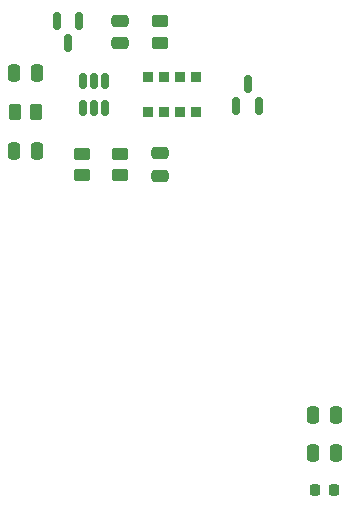
<source format=gbr>
%TF.GenerationSoftware,KiCad,Pcbnew,(6.0.5-0)*%
%TF.CreationDate,2022-07-05T23:07:10-07:00*%
%TF.ProjectId,gigablox-nano-rvp,67696761-626c-46f7-982d-6e616e6f2d72,rev?*%
%TF.SameCoordinates,PX5a1f4a0PY3e77360*%
%TF.FileFunction,Paste,Top*%
%TF.FilePolarity,Positive*%
%FSLAX46Y46*%
G04 Gerber Fmt 4.6, Leading zero omitted, Abs format (unit mm)*
G04 Created by KiCad (PCBNEW (6.0.5-0)) date 2022-07-05 23:07:10*
%MOMM*%
%LPD*%
G01*
G04 APERTURE LIST*
G04 Aperture macros list*
%AMRoundRect*
0 Rectangle with rounded corners*
0 $1 Rounding radius*
0 $2 $3 $4 $5 $6 $7 $8 $9 X,Y pos of 4 corners*
0 Add a 4 corners polygon primitive as box body*
4,1,4,$2,$3,$4,$5,$6,$7,$8,$9,$2,$3,0*
0 Add four circle primitives for the rounded corners*
1,1,$1+$1,$2,$3*
1,1,$1+$1,$4,$5*
1,1,$1+$1,$6,$7*
1,1,$1+$1,$8,$9*
0 Add four rect primitives between the rounded corners*
20,1,$1+$1,$2,$3,$4,$5,0*
20,1,$1+$1,$4,$5,$6,$7,0*
20,1,$1+$1,$6,$7,$8,$9,0*
20,1,$1+$1,$8,$9,$2,$3,0*%
G04 Aperture macros list end*
%ADD10RoundRect,0.150000X-0.150000X0.587500X-0.150000X-0.587500X0.150000X-0.587500X0.150000X0.587500X0*%
%ADD11R,0.900000X0.900000*%
%ADD12RoundRect,0.250000X-0.450000X0.262500X-0.450000X-0.262500X0.450000X-0.262500X0.450000X0.262500X0*%
%ADD13RoundRect,0.250000X0.450000X-0.262500X0.450000X0.262500X-0.450000X0.262500X-0.450000X-0.262500X0*%
%ADD14RoundRect,0.250000X0.262500X0.450000X-0.262500X0.450000X-0.262500X-0.450000X0.262500X-0.450000X0*%
%ADD15RoundRect,0.150000X0.150000X-0.587500X0.150000X0.587500X-0.150000X0.587500X-0.150000X-0.587500X0*%
%ADD16RoundRect,0.150000X0.150000X-0.512500X0.150000X0.512500X-0.150000X0.512500X-0.150000X-0.512500X0*%
%ADD17RoundRect,0.218750X-0.218750X-0.256250X0.218750X-0.256250X0.218750X0.256250X-0.218750X0.256250X0*%
%ADD18RoundRect,0.250000X0.250000X0.475000X-0.250000X0.475000X-0.250000X-0.475000X0.250000X-0.475000X0*%
%ADD19RoundRect,0.250000X0.475000X-0.250000X0.475000X0.250000X-0.475000X0.250000X-0.475000X-0.250000X0*%
%ADD20RoundRect,0.250000X-0.475000X0.250000X-0.475000X-0.250000X0.475000X-0.250000X0.475000X0.250000X0*%
G04 APERTURE END LIST*
D10*
%TO.C,U1*%
X10450000Y41737500D03*
X8550000Y41737500D03*
X9500000Y39862500D03*
%TD*%
D11*
%TO.C,RN1*%
X16300000Y37000000D03*
X17640000Y37000000D03*
X18960000Y37000000D03*
X20300000Y37000000D03*
X20300000Y34000000D03*
X18960000Y34000000D03*
X17640000Y34000000D03*
X16300000Y34000000D03*
%TD*%
D12*
%TO.C,R4*%
X10700000Y30512500D03*
X10700000Y28687500D03*
%TD*%
D13*
%TO.C,R3*%
X13900000Y28687500D03*
X13900000Y30512500D03*
%TD*%
D14*
%TO.C,R2*%
X4987500Y34000000D03*
X6812500Y34000000D03*
%TD*%
D12*
%TO.C,R1*%
X17300000Y41712500D03*
X17300000Y39887500D03*
%TD*%
D15*
%TO.C,Q1*%
X23750000Y34562500D03*
X25650000Y34562500D03*
X24700000Y36437500D03*
%TD*%
D16*
%TO.C,IC1*%
X10750000Y36637500D03*
X11700000Y36637500D03*
X12650000Y36637500D03*
X12650000Y34362500D03*
X11700000Y34362500D03*
X10750000Y34362500D03*
%TD*%
D17*
%TO.C,D1*%
X32017500Y2000000D03*
X30442500Y2000000D03*
%TD*%
D18*
%TO.C,C6*%
X6850000Y37300000D03*
X4950000Y37300000D03*
%TD*%
D19*
%TO.C,C5*%
X13900000Y41750000D03*
X13900000Y39850000D03*
%TD*%
D18*
%TO.C,C4*%
X32180000Y5175000D03*
X30280000Y5175000D03*
%TD*%
%TO.C,C3*%
X32180000Y8350000D03*
X30280000Y8350000D03*
%TD*%
D20*
%TO.C,C2*%
X17300000Y28650000D03*
X17300000Y30550000D03*
%TD*%
D18*
%TO.C,C1*%
X6850000Y30700000D03*
X4950000Y30700000D03*
%TD*%
M02*

</source>
